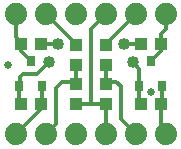
<source format=gbr>
G04 EAGLE Gerber RS-274X export*
G75*
%MOMM*%
%FSLAX34Y34*%
%LPD*%
%INTop Copper*%
%IPPOS*%
%AMOC8*
5,1,8,0,0,1.08239X$1,22.5*%
G01*
%ADD10R,0.800000X0.900000*%
%ADD11R,1.100000X1.000000*%
%ADD12R,1.000000X1.100000*%
%ADD13C,1.879600*%
%ADD14C,0.635000*%
%ADD15C,0.304800*%
%ADD16C,1.016000*%


D10*
X127000Y74500D03*
X136500Y53500D03*
X117500Y53500D03*
D11*
X118500Y38100D03*
X135500Y38100D03*
X118500Y88900D03*
X135500Y88900D03*
D10*
X25400Y74500D03*
X34900Y53500D03*
X15900Y53500D03*
D11*
X16900Y38100D03*
X33900Y38100D03*
X33900Y88900D03*
X16900Y88900D03*
D12*
X63500Y71510D03*
X63500Y88510D03*
X63500Y38490D03*
X63500Y55490D03*
X88900Y71510D03*
X88900Y88510D03*
X88900Y38490D03*
X88900Y55490D03*
D13*
X139700Y12700D03*
X114300Y12700D03*
X88900Y12700D03*
X63500Y12700D03*
X38100Y12700D03*
X12700Y12700D03*
X12700Y114300D03*
X38100Y114300D03*
X63500Y114300D03*
X88900Y114300D03*
X114300Y114300D03*
X139700Y114300D03*
D14*
X127000Y48260D03*
X6350Y71120D03*
D15*
X88900Y38490D02*
X88900Y12700D01*
X76200Y101600D02*
X88900Y114300D01*
X76200Y101600D02*
X76200Y38490D01*
X63500Y38490D01*
X76200Y38490D02*
X88900Y38490D01*
X118500Y38100D02*
X119380Y38100D01*
X117500Y39980D02*
X117500Y53500D01*
X117500Y39980D02*
X119380Y38100D01*
X19050Y38100D02*
X16900Y38100D01*
X15900Y41250D02*
X15900Y53500D01*
X15900Y41250D02*
X19050Y38100D01*
X116840Y53340D02*
X117000Y53500D01*
X117500Y53500D01*
X30480Y63500D02*
X19050Y63500D01*
X16510Y60960D01*
X16350Y53500D02*
X16510Y53340D01*
X16350Y53500D02*
X15900Y53500D01*
X16510Y53340D02*
X16510Y60960D01*
X30480Y63500D02*
X40640Y73660D01*
X117000Y68420D02*
X117000Y53500D01*
X117000Y68420D02*
X111760Y73660D01*
D16*
X111760Y73660D03*
X40640Y73660D03*
D15*
X19050Y88900D02*
X16900Y88900D01*
X12700Y95250D02*
X12700Y114300D01*
X12700Y95250D02*
X19050Y88900D01*
X25400Y74930D02*
X25400Y74500D01*
X25400Y74930D02*
X16900Y83430D01*
X16900Y88900D01*
X63500Y88900D02*
X63500Y88510D01*
X63500Y88900D02*
X38100Y114300D01*
X104140Y88900D02*
X118500Y88900D01*
X48260Y88900D02*
X33900Y88900D01*
D16*
X104140Y88900D03*
X48260Y88900D03*
D15*
X63500Y71510D02*
X63500Y55490D01*
X46990Y21590D02*
X38100Y12700D01*
X46990Y21590D02*
X46990Y52070D01*
X52070Y57150D01*
X63500Y57150D01*
X63500Y55490D01*
X33900Y38100D02*
X31750Y38100D01*
X34900Y41250D02*
X34900Y53500D01*
X34900Y41250D02*
X31750Y38100D01*
X33900Y33900D02*
X12700Y12700D01*
X33900Y33900D02*
X33900Y38100D01*
X135500Y16900D02*
X139700Y12700D01*
X135500Y16900D02*
X135500Y38100D01*
X136500Y39100D01*
X136500Y53500D01*
X88900Y55490D02*
X88900Y71510D01*
X101600Y25400D02*
X114300Y12700D01*
X101600Y25400D02*
X101600Y53340D01*
X97790Y57150D01*
X88900Y57150D02*
X88900Y55490D01*
X88900Y57150D02*
X97790Y57150D01*
X88900Y88510D02*
X88900Y88900D01*
X114300Y114300D01*
X127000Y74930D02*
X127000Y74500D01*
X127000Y74930D02*
X135500Y83430D01*
X139700Y101600D02*
X139700Y114300D01*
X139700Y101600D02*
X135500Y97400D01*
X135500Y88900D01*
X135500Y83430D01*
M02*

</source>
